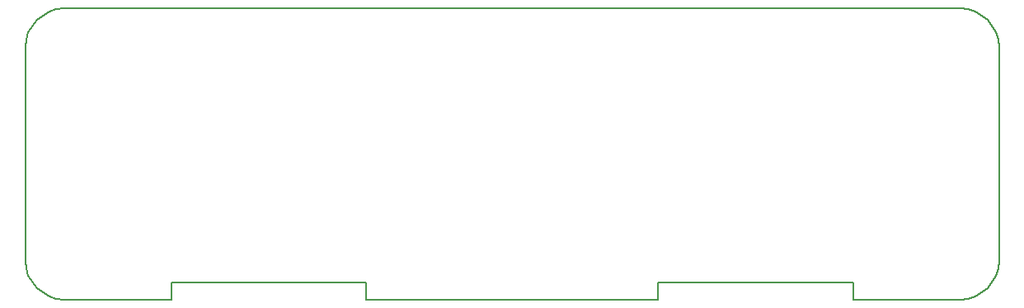
<source format=gbr>
G04 #@! TF.GenerationSoftware,KiCad,Pcbnew,5.1.4-e60b266~84~ubuntu19.04.1*
G04 #@! TF.CreationDate,2019-09-15T17:37:26+02:00*
G04 #@! TF.ProjectId,kicad,6b696361-642e-46b6-9963-61645f706362,rev?*
G04 #@! TF.SameCoordinates,Original*
G04 #@! TF.FileFunction,Profile,NP*
%FSLAX46Y46*%
G04 Gerber Fmt 4.6, Leading zero omitted, Abs format (unit mm)*
G04 Created by KiCad (PCBNEW 5.1.4-e60b266~84~ubuntu19.04.1) date 2019-09-15 17:37:26*
%MOMM*%
%LPD*%
G04 APERTURE LIST*
%ADD10C,0.200000*%
G04 APERTURE END LIST*
D10*
X85960217Y-48114015D02*
X84956126Y-48114015D01*
X104956117Y-49914015D02*
X104956117Y-49914015D01*
X54956121Y-49914015D02*
X54956121Y-49014015D01*
X119642744Y-47473890D02*
X118787122Y-48745015D01*
X19956121Y-45914015D02*
X19956121Y-23936625D01*
X20269496Y-22376750D02*
X21125120Y-21105625D01*
X104956117Y-49014015D02*
X104956117Y-48114015D01*
X84956126Y-49914015D02*
X54956121Y-49914015D01*
X104956117Y-49914015D02*
X104956117Y-49014015D01*
X118787122Y-48745015D02*
X117516000Y-49600640D01*
X116764236Y-49833032D02*
X115956127Y-49914015D01*
X119642744Y-22376750D02*
X119875133Y-23128516D01*
X33958958Y-49914015D02*
X23956119Y-49914015D01*
X21125120Y-21105625D02*
X22396245Y-20250000D01*
X19956121Y-23936625D02*
X20037104Y-23128516D01*
X22396245Y-49600640D02*
X21125120Y-48745015D01*
X119956117Y-45914015D02*
X119875133Y-46722124D01*
X54956121Y-48114015D02*
X53956260Y-48114015D01*
X34956121Y-48114015D02*
X34956121Y-49014015D01*
X105951607Y-49914015D02*
X104956117Y-49914015D01*
X20037104Y-46722124D02*
X19956121Y-45914015D01*
X34956121Y-49014015D02*
X34956121Y-49914015D01*
X20269496Y-47473890D02*
X20037104Y-46722124D01*
X20037104Y-23128516D02*
X20269496Y-22376750D01*
X23956119Y-49914015D02*
X23148010Y-49833032D01*
X21125120Y-48745015D02*
X20269496Y-47473890D01*
X103967237Y-48114015D02*
X85960217Y-48114015D01*
X118787122Y-21105625D02*
X119642744Y-22376750D01*
X22396245Y-20250000D02*
X23148010Y-20017609D01*
X53956260Y-48114015D02*
X35961050Y-48114015D01*
X115956127Y-49914015D02*
X105951607Y-49914015D01*
X84956126Y-48114015D02*
X84956126Y-49014015D01*
X117516000Y-49600640D02*
X116764236Y-49833032D01*
X116764236Y-20017609D02*
X117516000Y-20250000D01*
X119875133Y-46722124D02*
X119642744Y-47473890D01*
X23956119Y-19936625D02*
X23956119Y-19936625D01*
X104956117Y-48114015D02*
X103967237Y-48114015D01*
X54956121Y-49014015D02*
X54956121Y-48114015D01*
X115956127Y-19936625D02*
X116764236Y-20017609D01*
X119875133Y-23128516D02*
X119956117Y-23936625D01*
X35961050Y-48114015D02*
X34956121Y-48114015D01*
X23148010Y-20017609D02*
X23956119Y-19936625D01*
X34956121Y-49914015D02*
X33958958Y-49914015D01*
X84956126Y-49014015D02*
X84956126Y-49914015D01*
X119956117Y-23936625D02*
X119956117Y-45914015D01*
X23148010Y-49833032D02*
X22396245Y-49600640D01*
X23956119Y-19936625D02*
X115956127Y-19936625D01*
X117516000Y-20250000D02*
X118787122Y-21105625D01*
M02*

</source>
